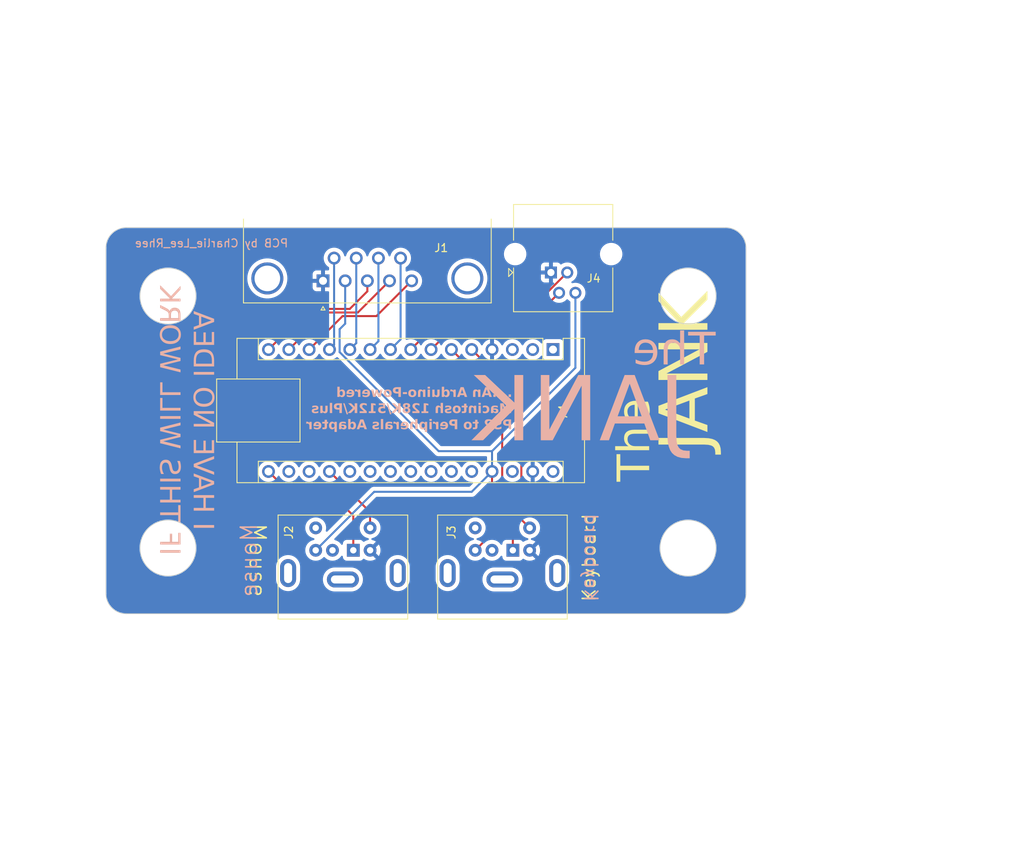
<source format=kicad_pcb>
(kicad_pcb (version 20221018) (generator pcbnew)
  (layers (0 "F.Cu" signal) (31 "B.Cu" signal) (34 "B.Paste" user) (35 "F.Paste" user) (36 "B.SilkS" user "B.Silkscreen") (37 "F.SilkS" user "F.Silkscreen") (38 "B.Mask" user) (39 "F.Mask" user) (44 "Edge.Cuts" user))
  (net 0 "")
  (net 4 "GND")
  (net 5 "Net-(A1-D2)")
  (net 6 "Net-(A1-D3)")
  (net 7 "Net-(A1-D4)")
  (net 8 "Net-(A1-D5)")
  (net 9 "Net-(A1-D6)")
  (net 10 "Net-(A1-D7)")
  (net 11 "Net-(A1-D8)")
  (net 12 "Net-(A1-D9)")
  (net 13 "Net-(A1-D10)")
  (net 14 "Net-(A1-D11)")
  (net 15 "Net-(A1-D12)")
  (net 16 "Net-(A1-D13)")
  (net 19 "Net-(A1-A0)")
  (net 27 "5V")
  (footprint "Custom_Footprints:Connector_Mini-DIN_Female_6Pin_2rows" (layer "F.Cu") (at 129.6 84.78)
    (fp_text reference "J3" (at -7.68 -2.23 90) (layer "F.SilkS"))
    (fp_text value "Keyboard")
    (fp_line (start -9.4 -4.4) (end -9.4 8.6) (stroke (width 0.12)) (layer "F.SilkS"))
    (fp_line (start -9.4 -4.4) (end 6.8 -4.4) (stroke (width 0.12)) (layer "F.SilkS"))
    (fp_line (start -9.4 8.6) (end 6.8 8.6) (stroke (width 0.12)) (layer "F.SilkS"))
    (fp_line (start 6.8 -4.4) (end 6.8 8.6) (stroke (width 0.12)) (layer "F.SilkS"))
    (pad "1" thru_hole rect (at 0 0) (size 1.6 1.6) (drill 0.8) (layers "*.Cu" "*.Mask") (net 6 "Net-(A1-D3)"))
    (pad "2" thru_hole circle (at -2.6 0) (size 1.6 1.6) (drill 0.8) (layers "*.Cu" "*.Mask"))
    (pad "3" thru_hole circle (at 2.1 0) (size 1.6 1.6) (drill 0.8) (layers "*.Cu" "*.Mask") (net 4 "GND"))
    (pad "4" thru_hole circle (at -4.7 0) (size 1.6 1.6) (drill 0.8) (layers "*.Cu" "*.Mask") (net 27 "5V"))
    (pad "5" thru_hole circle (at 2.1 -2.8) (size 1.6 1.6) (drill 0.8) (layers "*.Cu" "*.Mask") (net 5 "Net-(A1-D2)"))
    (pad "6" thru_hole circle (at -4.7 -2.8) (size 1.6 1.6) (drill 0.8) (layers "*.Cu" "*.Mask"))
    (pad "7" thru_hole oval (at -8.15 2.85) (size 2 3.5) (drill oval 1 2.5) (layers "*.Cu" "*.Mask"))
    (pad "7" thru_hole oval (at -1.3 3.65) (size 4 2) (drill oval 3 1) (layers "*.Cu" "*.Mask"))
    (pad "7" thru_hole oval (at 5.55 2.85) (size 2 3.5) (drill oval 1 2.5) (layers "*.Cu" "*.Mask"))
  )
  (footprint "Module:Arduino_Nano" (layer "F.Cu") (at 134.62 59.69 -90)
    (fp_text reference "A1" (at 7.62 -1.27 90) (layer "F.SilkS"))
    (fp_text value "Arduino_Nano_v2.x")
    (fp_line (start -1.4 -3.94) (end -1.4 -1.27) (stroke (width 0.12)) (layer "F.SilkS"))
    (fp_line (start -1.4 1.27) (end -1.4 39.5) (stroke (width 0.12)) (layer "F.SilkS"))
    (fp_line (start -1.4 39.5) (end 3.68 39.5) (stroke (width 0.12)) (layer "F.SilkS"))
    (fp_line (start 1.27 -1.27) (end -1.4 -1.27) (stroke (width 0.12)) (layer "F.SilkS"))
    (fp_line (start 1.27 1.27) (end -1.4 1.27) (stroke (width 0.12)) (layer "F.SilkS"))
    (fp_line (start 1.27 1.27) (end 1.27 -1.27) (stroke (width 0.12)) (layer "F.SilkS"))
    (fp_line (start 1.27 1.27) (end 1.27 36.83) (stroke (width 0.12)) (layer "F.SilkS"))
    (fp_line (start 1.27 36.83) (end -1.4 36.83) (stroke (width 0.12)) (layer "F.SilkS"))
    (fp_line (start 3.68 31.62) (end 11.56 31.62) (stroke (width 0.12)) (layer "F.SilkS"))
    (fp_line (start 3.68 42.04) (end 3.68 31.62) (stroke (width 0.12)) (layer "F.SilkS"))
    (fp_line (start 11.56 31.62) (end 11.56 42.04) (stroke (width 0.12)) (layer "F.SilkS"))
    (fp_line (start 11.56 42.04) (end 3.68 42.04) (stroke (width 0.12)) (layer "F.SilkS"))
    (fp_line (start 13.97 -1.27) (end 13.97 36.83) (stroke (width 0.12)) (layer "F.SilkS"))
    (fp_line (start 13.97 -1.27) (end 16.64 -1.27) (stroke (width 0.12)) (layer "F.SilkS"))
    (fp_line (start 13.97 36.83) (end 16.64 36.83) (stroke (width 0.12)) (layer "F.SilkS"))
    (fp_line (start 16.64 -3.94) (end -1.4 -3.94) (stroke (width 0.12)) (layer "F.SilkS"))
    (fp_line (start 16.64 39.5) (end 11.56 39.5) (stroke (width 0.12)) (layer "F.SilkS"))
    (fp_line (start 16.64 39.5) (end 16.64 -3.94) (stroke (width 0.12)) (layer "F.SilkS"))
    (pad "1" thru_hole rect (at 0 0 270) (size 1.6 1.6) (drill 1) (layers "*.Cu" "*.Mask"))
    (pad "2" thru_hole oval (at 0 2.54 270) (size 1.6 1.6) (drill 1) (layers "*.Cu" "*.Mask"))
    (pad "3" thru_hole oval (at 0 5.08 270) (size 1.6 1.6) (drill 1) (layers "*.Cu" "*.Mask"))
    (pad "4" thru_hole oval (at 0 7.62 270) (size 1.6 1.6) (drill 1) (layers "*.Cu" "*.Mask") (net 4 "GND"))
    (pad "5" thru_hole oval (at 0 10.16 270) (size 1.6 1.6) (drill 1) (layers "*.Cu" "*.Mask") (net 5 "Net-(A1-D2)"))
    (pad "6" thru_hole oval (at 0 12.7 270) (size 1.6 1.6) (drill 1) (layers "*.Cu" "*.Mask") (net 6 "Net-(A1-D3)"))
    (pad "7" thru_hole oval (at 0 15.24 270) (size 1.6 1.6) (drill 1) (layers "*.Cu" "*.Mask") (net 7 "Net-(A1-D4)"))
    (pad "8" thru_hole oval (at 0 17.78 270) (size 1.6 1.6) (drill 1) (layers "*.Cu" "*.Mask") (net 8 "Net-(A1-D5)"))
    (pad "9" thru_hole oval (at 0 20.32 270) (size 1.6 1.6) (drill 1) (layers "*.Cu" "*.Mask") (net 9 "Net-(A1-D6)"))
    (pad "10" thru_hole oval (at 0 22.86 270) (size 1.6 1.6) (drill 1) (layers "*.Cu" "*.Mask") (net 10 "Net-(A1-D7)"))
    (pad "11" thru_hole oval (at 0 25.4 270) (size 1.6 1.6) (drill 1) (layers "*.Cu" "*.Mask") (net 11 "Net-(A1-D8)"))
    (pad "12" thru_hole oval (at 0 27.94 270) (size 1.6 1.6) (drill 1) (layers "*.Cu" "*.Mask") (net 12 "Net-(A1-D9)"))
    (pad "13" thru_hole oval (at 0 30.48 270) (size 1.6 1.6) (drill 1) (layers "*.Cu" "*.Mask") (net 13 "Net-(A1-D10)"))
    (pad "14" thru_hole oval (at 0 33.02 270) (size 1.6 1.6) (drill 1) (layers "*.Cu" "*.Mask") (net 14 "Net-(A1-D11)"))
    (pad "15" thru_hole oval (at 0 35.56 270) (size 1.6 1.6) (drill 1) (layers "*.Cu" "*.Mask") (net 15 "Net-(A1-D12)"))
    (pad "16" thru_hole oval (at 15.24 35.56 270) (size 1.6 1.6) (drill 1) (layers "*.Cu" "*.Mask") (net 16 "Net-(A1-D13)"))
    (pad "17" thru_hole oval (at 15.24 33.02 270) (size 1.6 1.6) (drill 1) (layers "*.Cu" "*.Mask"))
    (pad "18" thru_hole oval (at 15.24 30.48 270) (size 1.6 1.6) (drill 1) (layers "*.Cu" "*.Mask"))
    (pad "19" thru_hole oval (at 15.24 27.94 270) (size 1.6 1.6) (drill 1) (layers "*.Cu" "*.Mask") (net 19 "Net-(A1-A0)"))
    (pad "20" thru_hole oval (at 15.24 25.4 270) (size 1.6 1.6) (drill 1) (layers "*.Cu" "*.Mask"))
    (pad "21" thru_hole oval (at 15.24 22.86 270) (size 1.6 1.6) (drill 1) (layers "*.Cu" "*.Mask"))
    (pad "22" thru_hole oval (at 15.24 20.32 270) (size 1.6 1.6) (drill 1) (layers "*.Cu" "*.Mask"))
    (pad "23" thru_hole oval (at 15.24 17.78 270) (size 1.6 1.6) (drill 1) (layers "*.Cu" "*.Mask"))
    (pad "24" thru_hole oval (at 15.24 15.24 270) (size 1.6 1.6) (drill 1) (layers "*.Cu" "*.Mask"))
    (pad "25" thru_hole oval (at 15.24 12.7 270) (size 1.6 1.6) (drill 1) (layers "*.Cu" "*.Mask"))
    (pad "26" thru_hole oval (at 15.24 10.16 270) (size 1.6 1.6) (drill 1) (layers "*.Cu" "*.Mask"))
    (pad "27" thru_hole oval (at 15.24 7.62 270) (size 1.6 1.6) (drill 1) (layers "*.Cu" "*.Mask") (net 27 "5V"))
    (pad "28" thru_hole oval (at 15.24 5.08 270) (size 1.6 1.6) (drill 1) (layers "*.Cu" "*.Mask"))
    (pad "29" thru_hole oval (at 15.24 2.54 270) (size 1.6 1.6) (drill 1) (layers "*.Cu" "*.Mask") (net 4 "GND"))
    (pad "30" thru_hole oval (at 15.24 0 270) (size 1.6 1.6) (drill 1) (layers "*.Cu" "*.Mask"))
  )
  (footprint "Custom_Footprints:Connector_Mini-DIN_Female_6Pin_2rows" (layer "F.Cu") (at 109.66 84.78)
    (fp_text reference "J2" (at -8.06 -2.23 90) (layer "F.SilkS"))
    (fp_text value "Mouse")
    (fp_line (start -9.4 -4.4) (end -9.4 8.6) (stroke (width 0.12)) (layer "F.SilkS"))
    (fp_line (start -9.4 -4.4) (end 6.8 -4.4) (stroke (width 0.12)) (layer "F.SilkS"))
    (fp_line (start -9.4 8.6) (end 6.8 8.6) (stroke (width 0.12)) (layer "F.SilkS"))
    (fp_line (start 6.8 -4.4) (end 6.8 8.6) (stroke (width 0.12)) (layer "F.SilkS"))
    (pad "1" thru_hole rect (at 0 0) (size 1.6 1.6) (drill 0.8) (layers "*.Cu" "*.Mask") (net 16 "Net-(A1-D13)"))
    (pad "2" thru_hole circle (at -2.6 0) (size 1.6 1.6) (drill 0.8) (layers "*.Cu" "*.Mask"))
    (pad "3" thru_hole circle (at 2.1 0) (size 1.6 1.6) (drill 0.8) (layers "*.Cu" "*.Mask") (net 4 "GND"))
    (pad "4" thru_hole circle (at -4.7 0) (size 1.6 1.6) (drill 0.8) (layers "*.Cu" "*.Mask") (net 27 "5V"))
    (pad "5" thru_hole circle (at 2.1 -2.8) (size 1.6 1.6) (drill 0.8) (layers "*.Cu" "*.Mask") (net 19 "Net-(A1-A0)"))
    (pad "6" thru_hole circle (at -4.7 -2.8) (size 1.6 1.6) (drill 0.8) (layers "*.Cu" "*.Mask"))
    (pad "7" thru_hole oval (at -8.15 2.85) (size 2 3.5) (drill oval 1 2.5) (layers "*.Cu" "*.Mask"))
    (pad "7" thru_hole oval (at -1.3 3.65) (size 4 2) (drill oval 3 1) (layers "*.Cu" "*.Mask"))
    (pad "7" thru_hole oval (at 5.55 2.85) (size 2 3.5) (drill oval 1 2.5) (layers "*.Cu" "*.Mask"))
  )
  (footprint "Connector_Dsub:DSUB-9_Female_Horizontal_P2.77x2.84mm_EdgePinOffset4.94mm_Housed_MountingHolesOffset7.48mm" (layer "F.Cu") (at 105.875 51.1 180)
    (fp_text reference "J1" (at -14.775 4.11) (layer "F.SilkS"))
    (fp_text value "DE9_Plug")
    (fp_line (start -21.025 -2.76) (end 9.945 -2.76) (stroke (width 0.12)) (layer "F.SilkS"))
    (fp_line (start -21.025 7.72) (end -21.025 -2.76) (stroke (width 0.12)) (layer "F.SilkS"))
    (fp_line (start -0.25 -3.654338) (end 0.25 -3.654338) (stroke (width 0.12)) (layer "F.SilkS"))
    (fp_line (start 0 -3.221325) (end -0.25 -3.654338) (stroke (width 0.12)) (layer "F.SilkS"))
    (fp_line (start 0.25 -3.654338) (end 0 -3.221325) (stroke (width 0.12)) (layer "F.SilkS"))
    (fp_line (start 9.945 -2.76) (end 9.945 7.72) (stroke (width 0.12)) (layer "F.SilkS"))
    (pad "0" thru_hole circle (at -18.04 0.3 180) (size 4 4) (drill 3.2) (layers "*.Cu" "*.Mask"))
    (pad "0" thru_hole circle (at 6.96 0.3 180) (size 4 4) (drill 3.2) (layers "*.Cu" "*.Mask"))
    (pad "1" thru_hole rect (at 0 0 180) (size 1.6 1.6) (drill 1) (layers "*.Cu" "*.Mask") (net 4 "GND"))
    (pad "2" thru_hole circle (at -2.77 0 180) (size 1.6 1.6) (drill 1) (layers "*.Cu" "*.Mask") (net 27 "5V"))
    (pad "3" thru_hole circle (at -5.54 0 180) (size 1.6 1.6) (drill 1) (layers "*.Cu" "*.Mask") (net 15 "Net-(A1-D12)"))
    (pad "4" thru_hole circle (at -8.31 0 180) (size 1.6 1.6) (drill 1) (layers "*.Cu" "*.Mask") (net 14 "Net-(A1-D11)"))
    (pad "5" thru_hole circle (at -11.08 0 180) (size 1.6 1.6) (drill 1) (layers "*.Cu" "*.Mask") (net 13 "Net-(A1-D10)"))
    (pad "6" thru_hole circle (at -1.385 2.84 180) (size 1.6 1.6) (drill 1) (layers "*.Cu" "*.Mask") (net 12 "Net-(A1-D9)"))
    (pad "7" thru_hole circle (at -4.155 2.84 180) (size 1.6 1.6) (drill 1) (layers "*.Cu" "*.Mask") (net 11 "Net-(A1-D8)"))
    (pad "8" thru_hole circle (at -6.925 2.84 180) (size 1.6 1.6) (drill 1) (layers "*.Cu" "*.Mask") (net 10 "Net-(A1-D7)"))
    (pad "9" thru_hole circle (at -9.695 2.84 180) (size 1.6 1.6) (drill 1) (layers "*.Cu" "*.Mask") (net 9 "Net-(A1-D6)"))
  )
  (footprint "Connector_RJ:RJ14_Connfly_DS1133-S4_Horizontal" (layer "F.Cu") (at 134.36 50.06)
    (fp_text reference "J4" (at 5.34 0.74) (layer "F.SilkS"))
    (fp_text value "RJ10")
    (fp_line (start -5.28 -0.5) (end -4.78 0) (stroke (width 0.12)) (layer "F.SilkS"))
    (fp_line (start -5.28 0.5) (end -5.28 -0.5) (stroke (width 0.12)) (layer "F.SilkS"))
    (fp_line (start -4.78 0) (end -5.28 0.5) (stroke (width 0.12)) (layer "F.SilkS"))
    (fp_line (start -4.67 -8.5) (end -4.67 -4.03) (stroke (width 0.12)) (layer "F.SilkS"))
    (fp_line (start -4.67 -8.5) (end 7.73 -8.5) (stroke (width 0.12)) (layer "F.SilkS"))
    (fp_line (start -4.67 4.9) (end -4.67 -0.57) (stroke (width 0.12)) (layer "F.SilkS"))
    (fp_line (start 7.73 -8.5) (end 7.73 -4.03) (stroke (width 0.12)) (layer "F.SilkS"))
    (fp_line (start 7.73 -0.57) (end 7.73 4.9) (stroke (width 0.12)) (layer "F.SilkS"))
    (fp_line (start 7.73 4.9) (end -4.67 4.9) (stroke (width 0.12)) (layer "F.SilkS"))
    (pad "" np_thru_hole circle (at -4.47 -2.3 180) (size 2.3 2.3) (drill 2.3) (layers "*.Cu" "*.Mask"))
    (pad "" np_thru_hole circle (at 7.53 -2.3 180) (size 2.3 2.3) (drill 2.3) (layers "*.Cu" "*.Mask"))
    (pad "1" thru_hole rect (at 0 0 180) (size 1.5 1.5) (drill 0.9) (layers "*.Cu" "*.Mask") (net 4 "GND"))
    (pad "2" thru_hole circle (at 1.02 2.54 180) (size 1.5 1.5) (drill 0.9) (layers "*.Cu" "*.Mask") (net 7 "Net-(A1-D4)"))
    (pad "3" thru_hole circle (at 2.04 0 180) (size 1.5 1.5) (drill 0.9) (layers "*.Cu" "*.Mask") (net 8 "Net-(A1-D5)"))
    (pad "4" thru_hole circle (at 3.06 2.54 180) (size 1.5 1.5) (drill 0.9) (layers "*.Cu" "*.Mask") (net 27 "5V"))
  )
  (gr_arc (start 156.21 44.45) (mid 158.006051 45.193949) (end 158.75 46.99) (stroke (width 0.1)) (layer "Edge.Cuts"))
  (gr_line (start 78.74 90.17) (end 78.74 46.99) (stroke (width 0.1)) (layer "Edge.Cuts"))
  (gr_circle (center 86.5 53) (end 90 53) (stroke (width 0.1)) (fill none) (layer "Edge.Cuts"))
  (gr_line (start 81.28 44.45) (end 156.21 44.45) (stroke (width 0.1)) (layer "Edge.Cuts"))
  (gr_circle (center 151.5 53) (end 155 53) (stroke (width 0.1)) (fill none) (layer "Edge.Cuts"))
  (gr_arc (start 78.74 46.99) (mid 79.483949 45.193949) (end 81.28 44.45) (stroke (width 0.1)) (layer "Edge.Cuts"))
  (gr_arc (start 81.28 92.71) (mid 79.483949 91.966051) (end 78.74 90.17) (stroke (width 0.1)) (layer "Edge.Cuts"))
  (gr_arc (start 158.75 90.17) (mid 158.006051 91.966051) (end 156.21 92.71) (stroke (width 0.1)) (layer "Edge.Cuts"))
  (gr_line (start 156.21 92.71) (end 81.28 92.71) (stroke (width 0.1)) (layer "Edge.Cuts"))
  (gr_circle (center 151.5 84.5) (end 155 84.5) (stroke (width 0.1)) (fill none) (layer "Edge.Cuts"))
  (gr_circle (center 86.5 84.5) (end 90 84.5) (stroke (width 0.1)) (fill none) (layer "Edge.Cuts"))
  (gr_line (start 158.75 46.99) (end 158.75 90.17) (stroke (width 0.1)) (layer "Edge.Cuts"))
  (gr_text "I HAVE NO IDEA\nIF THIS WILL WORK" (at 85.09 68.58 270) (layer "B.SilkS") (effects (font (size 2.5 2.5)) (justify bottom mirror)))
  (gr_text "Mouse" (at 97.79 81.28 -270) (layer "B.SilkS") (effects (font (size 2 2) (thickness 0.203)) (justify left bottom mirror)))
  (gr_text "PCB by Charlie_Lee_Rhee" (at 101.6 46.99) (layer "B.SilkS") (effects (font (size 1 1)) (justify left bottom mirror)))
  (gr_text "Keyboard" (at 138.43 91.31 -90) (layer "B.SilkS") (effects (font (size 1.6 1.6) (thickness 0.2)) (justify left bottom mirror)))
  (gr_text "JANK" (at 151.13 72.39) (layer "B.SilkS") (effects (font (size 8 8)) (justify left bottom mirror)))
  (gr_text "The" (at 154.94 62.23) (layer "B.SilkS") (effects (font (size 4 4)) (justify left bottom mirror)))
  (gr_text "....An Arduino-Powered\nMacintosh 128K/512K/Plus\nPS2 to Peripherals Adapter" (at 129.54 69.85) (layer "B.SilkS") (effects (font (size 1.2 1.2) (thickness 0.24) bold) (justify left bottom mirror)))
  (gr_text "The" (at 147.32 76.2 90) (layer "F.SilkS") (effects (font (size 4 4)) (justify left bottom)))
  (gr_text "Mouse" (at 96.52 81.28 270) (layer "F.SilkS") (effects (font (size 2 2) (thickness 0.203)) (justify left bottom)))
  (gr_text "Keyboard" (at 140.07 91.31 90) (layer "F.SilkS") (effects (font (size 1.6 1.6) (thickness 0.2)) (justify left bottom)))
  (gr_text "JANK" (at 154.94 72.39 90) (layer "F.SilkS") (effects (font (size 6 6)) (justify left bottom)))
  (segment (start 124.46 59.69) (end 130.665 65.895) (width 0.25) (layer "F.Cu") (net 5))
  (segment (start 130.665 65.895) (end 130.665 80.945) (width 0.25) (layer "F.Cu") (net 5))
  (segment (start 130.665 80.945) (end 131.7 81.98) (width 0.25) (layer "F.Cu") (net 5))
  (segment (start 129.6 80.07) (end 129.6 84.78) (width 0.25) (layer "F.Cu") (net 6))
  (segment (start 128.27 66.04) (end 128.27 78.74) (width 0.25) (layer "F.Cu") (net 6))
  (segment (start 128.27 78.74) (end 129.6 80.07) (width 0.25) (layer "F.Cu") (net 6))
  (segment (start 121.92 59.69) (end 128.27 66.04) (width 0.25) (layer "F.Cu") (net 6))
  (segment (start 132.92 55.06) (end 135.38 52.6) (width 0.25) (layer "F.Cu") (net 7))
  (segment (start 119.38 59.69) (end 124.01 55.06) (width 0.25) (layer "F.Cu") (net 7))
  (segment (start 124.01 55.06) (end 132.92 55.06) (width 0.25) (layer "F.Cu") (net 7))
  (segment (start 121.92 54.61) (end 131.85 54.61) (width 0.25) (layer "F.Cu") (net 8))
  (segment (start 116.84 59.69) (end 121.92 54.61) (width 0.25) (layer "F.Cu") (net 8))
  (segment (start 131.85 54.61) (end 136.4 50.06) (width 0.25) (layer "F.Cu") (net 8))
  (segment (start 115.57 58.42) (end 115.57 48.26) (width 0.25) (layer "B.Cu") (net 9))
  (segment (start 114.3 59.69) (end 115.57 58.42) (width 0.25) (layer "B.Cu") (net 9))
  (segment (start 112.8 58.65) (end 112.8 48.26) (width 0.25) (layer "B.Cu") (net 10))
  (segment (start 111.76 59.69) (end 112.8 58.65) (width 0.25) (layer "B.Cu") (net 10))
  (segment (start 110.03 58.88) (end 110.03 48.26) (width 0.25) (layer "B.Cu") (net 11))
  (segment (start 109.22 59.69) (end 110.03 58.88) (width 0.25) (layer "B.Cu") (net 11))
  (segment (start 107.26 59.11) (end 107.26 48.26) (width 0.25) (layer "B.Cu") (net 12))
  (segment (start 106.68 59.69) (end 107.26 59.11) (width 0.25) (layer "B.Cu") (net 12))
  (segment (start 104.14 59.69) (end 108.32 55.51) (width 0.25) (layer "F.Cu") (net 13))
  (segment (start 108.32 55.51) (end 112.545 55.51) (width 0.25) (layer "F.Cu") (net 13))
  (segment (start 112.545 55.51) (end 116.955 51.1) (width 0.25) (layer "F.Cu") (net 13))
  (segment (start 101.6 59.69) (end 106.23 55.06) (width 0.25) (layer "F.Cu") (net 14))
  (segment (start 110.225 55.06) (end 114.185 51.1) (width 0.25) (layer "F.Cu") (net 14))
  (segment (start 106.23 55.06) (end 110.225 55.06) (width 0.25) (layer "F.Cu") (net 14))
  (segment (start 111.415 52.415) (end 111.415 51.1) (width 0.25) (layer "F.Cu") (net 15))
  (segment (start 109.22 54.61) (end 111.415 52.415) (width 0.25) (layer "F.Cu") (net 15))
  (segment (start 99.06 59.69) (end 104.14 54.61) (width 0.25) (layer "F.Cu") (net 15))
  (segment (start 104.14 54.61) (end 109.22 54.61) (width 0.25) (layer "F.Cu") (net 15))
  (segment (start 99.06 74.93) (end 102.87 78.74) (width 0.25) (layer "F.Cu") (net 16))
  (segment (start 107.95 78.74) (end 109.66 80.45) (width 0.25) (layer "F.Cu") (net 16))
  (segment (start 109.66 80.45) (end 109.66 84.78) (width 0.25) (layer "F.Cu") (net 16))
  (segment (start 102.87 78.74) (end 107.95 78.74) (width 0.25) (layer "F.Cu") (net 16))
  (segment (start 111.76 80.01) (end 111.76 81.98) (width 0.25) (layer "F.Cu") (net 19))
  (segment (start 106.68 74.93) (end 111.76 80.01) (width 0.25) (layer "F.Cu") (net 19))
  (segment (start 127 82.68) (end 127 74.93) (width 0.25) (layer "F.Cu") (net 27))
  (segment (start 124.9 84.78) (end 127 82.68) (width 0.25) (layer "F.Cu") (net 27))
  (segment (start 137.42 61.97) (end 137.42 52.6) (width 0.25) (layer "B.Cu") (net 27))
  (segment (start 127 72.39) (end 137.42 61.97) (width 0.25) (layer "B.Cu") (net 27))
  (segment (start 104.96 84.78) (end 112.27 77.47) (width 0.25) (layer "B.Cu") (net 27))
  (segment (start 108.645 56.455) (end 107.95 57.15) (width 0.25) (layer "B.Cu") (net 27))
  (segment (start 108.645 51.1) (end 108.645 56.455) (width 0.25) (layer "B.Cu") (net 27))
  (segment (start 127 74.93) (end 127 72.39) (width 0.25) (layer "B.Cu") (net 27))
  (segment (start 107.95 60.010991) (end 120.329009 72.39) (width 0.25) (layer "B.Cu") (net 27))
  (segment (start 112.27 77.47) (end 124.46 77.47) (width 0.25) (layer "B.Cu") (net 27))
  (segment (start 107.95 57.15) (end 107.95 60.010991) (width 0.25) (layer "B.Cu") (net 27))
  (segment (start 124.46 77.47) (end 127 74.93) (width 0.25) (layer "B.Cu") (net 27))
  (segment (start 120.329009 72.39) (end 127 72.39) (width 0.25) (layer "B.Cu") (net 27))
  (zone (net 4) (net_name "GND") (layer "B.Cu") (connect_pads (clearance 0.5)) (min_thickness 0.25) (fill yes (thermal_gap 0.5) (thermal_bridge_width 0.5))
    (polygon (pts (xy 70.5 16) (xy 65.5 117.5) (xy 193.5 122) (xy 188 16)))
  )
)
</source>
